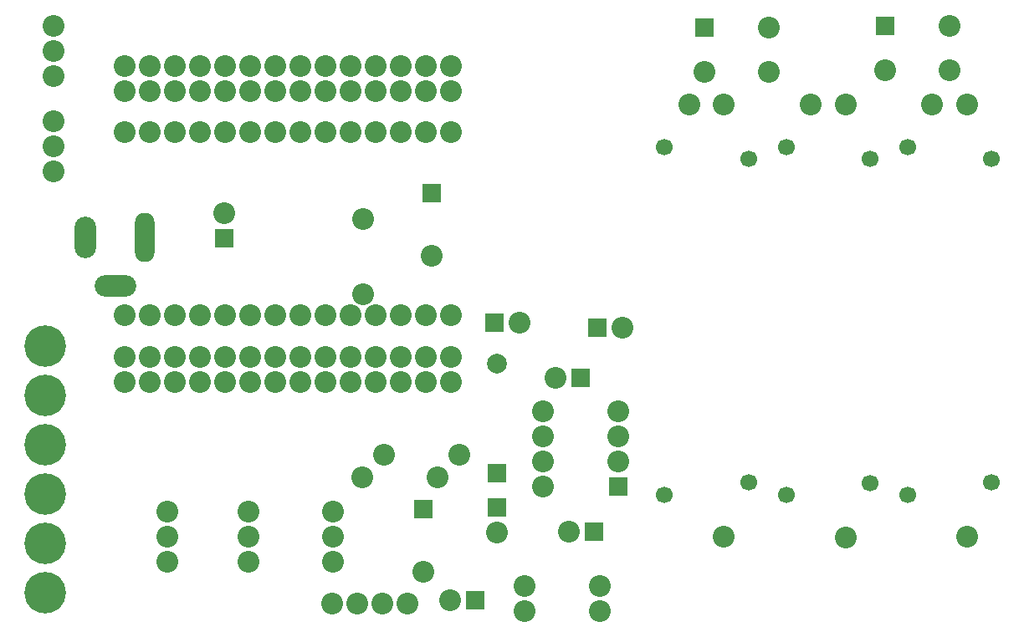
<source format=gbr>
G04 DipTrace 2.3.0.3*
%INBottomMask.gbr*%
%MOIN*%
%ADD23C,0.0787*%
%ADD35C,0.0669*%
%ADD46C,0.1655*%
%ADD50C,0.087*%
%ADD52O,0.1655X0.0867*%
%ADD54O,0.0867X0.1655*%
%ADD56O,0.0789X0.197*%
%ADD59C,0.087*%
%ADD61R,0.078X0.078*%
%ADD63C,0.0867*%
%FSLAX44Y44*%
G04*
G70*
G90*
G75*
G01*
%LNBotMask*%
%LPD*%
D63*
X5757Y24195D3*
Y23195D3*
Y22195D3*
Y27995D3*
Y26995D3*
Y25995D3*
D61*
X23415Y8781D3*
D59*
Y7781D3*
D61*
X27284Y7806D3*
D59*
X26284D3*
X24308Y16155D3*
D61*
X23308D3*
D59*
X20477Y6215D3*
D61*
Y8715D3*
D59*
X21553Y5094D3*
D61*
X22553D3*
D59*
X25737Y13971D3*
D61*
X26737D3*
D59*
X20799Y18815D3*
D61*
Y21315D3*
X23416Y10164D3*
D23*
Y14514D3*
D63*
X13493Y8615D3*
Y7615D3*
Y6615D3*
X10277Y8625D3*
Y7625D3*
Y6625D3*
X16889Y8633D3*
Y7633D3*
Y6633D3*
X8578Y23750D3*
X9578D3*
X10578D3*
X11578D3*
X12578D3*
X13578D3*
X14578D3*
X15578D3*
X16578D3*
X17578D3*
X18578D3*
X19578D3*
X20578D3*
X21578D3*
X21579Y16468D3*
X20579D3*
X19579D3*
X18579D3*
X17579D3*
X16579D3*
X15579D3*
X14579D3*
X13579D3*
X12579D3*
X11579D3*
X10579D3*
X9579D3*
X8579D3*
X21579Y26375D3*
X20579D3*
X19579D3*
X18579D3*
X17579D3*
X16579D3*
X15579D3*
X14579D3*
X13579D3*
X12579D3*
X11579D3*
X10579D3*
X9579D3*
X8579D3*
Y25375D3*
X9579D3*
X10579D3*
X11579D3*
X12579D3*
X13579D3*
X14579D3*
X15579D3*
X16579D3*
X17579D3*
X18579D3*
X19579D3*
X20579D3*
X21579D3*
Y14780D3*
X20579D3*
X19579D3*
X18579D3*
X17579D3*
X16579D3*
X15579D3*
X14579D3*
X13579D3*
X12579D3*
X11579D3*
X10579D3*
X9579D3*
X8579D3*
Y13780D3*
X9579D3*
X10579D3*
X11579D3*
X12579D3*
X13579D3*
X14579D3*
X15579D3*
X16579D3*
X17579D3*
X18579D3*
X19579D3*
X20579D3*
X21579D3*
D56*
X9377Y19544D3*
D54*
X7015D3*
D52*
X8196Y17615D3*
D59*
X28407Y15965D3*
D61*
X27407D3*
X28243Y9619D3*
D50*
Y10619D3*
Y11619D3*
Y12619D3*
X25243D3*
Y11619D3*
Y10619D3*
Y9619D3*
D61*
X12542Y19525D3*
D50*
Y20525D3*
D59*
X18055Y9977D3*
D50*
X21055D3*
D59*
X27510Y5652D3*
D50*
X24510D3*
D59*
X27510Y4662D3*
D50*
X24510D3*
D59*
X21894Y10903D3*
D50*
X18894D3*
D59*
X18067Y17305D3*
D50*
Y20305D3*
D61*
X31669Y27921D3*
D50*
Y26149D3*
X34229D3*
Y27921D3*
D61*
X38887Y27991D3*
D50*
Y26219D3*
X41446D3*
Y27991D3*
D63*
X42132Y24851D3*
X40754D3*
X42132Y7607D3*
D35*
X43116Y22685D3*
Y9772D3*
X39769Y23158D3*
Y9300D3*
D63*
X37291Y24847D3*
X35913D3*
X37291Y7603D3*
D35*
X38275Y22681D3*
Y9768D3*
X34929Y23154D3*
Y9296D3*
D63*
X32446Y24851D3*
X31068D3*
X32446Y7607D3*
D35*
X33430Y22685D3*
Y9772D3*
X30084Y23158D3*
Y9300D3*
D63*
X19828Y4966D3*
X18828D3*
X17828D3*
X16828D3*
D46*
X5407Y15216D3*
Y13247D3*
Y11279D3*
Y9310D3*
Y7342D3*
Y5373D3*
M02*

</source>
